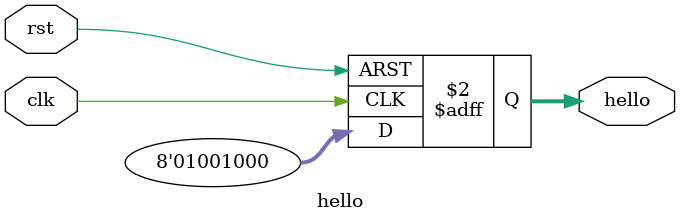
<source format=v>
module hello(
    input clk,
    input rst,
    output reg [7:0] hello
);
    always @(posedge clk or posedge rst) begin
        if (rst) hello <= 8'b0;
        else hello <= 8'b01001000; // ASCII for 'H'
    end
endmodule

</source>
